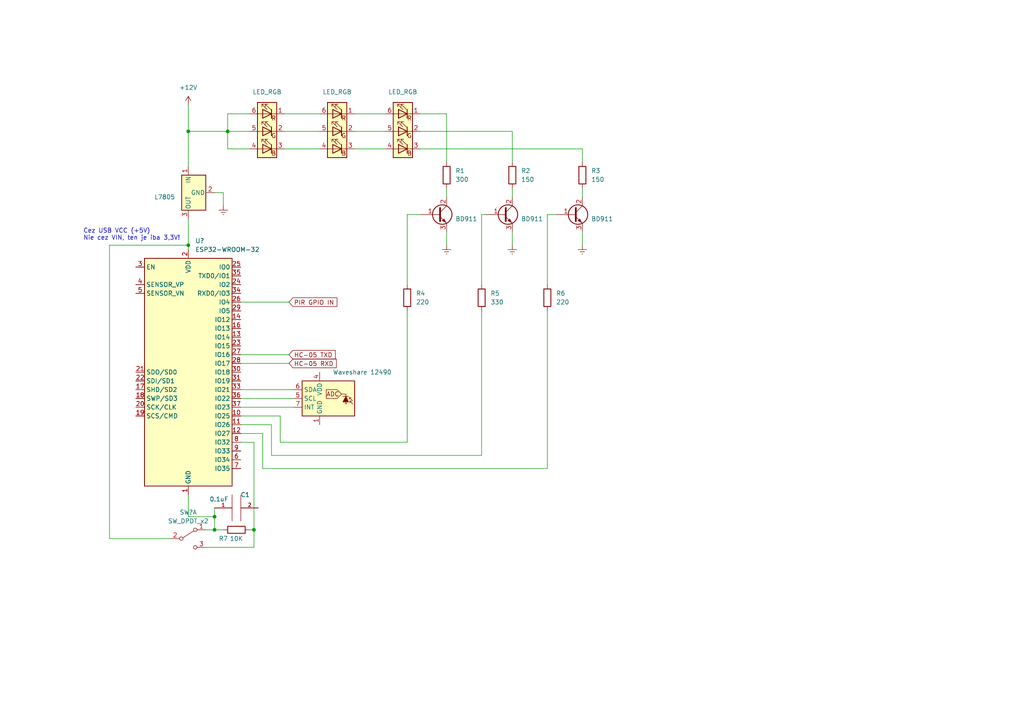
<source format=kicad_sch>
(kicad_sch (version 20211123) (generator eeschema)
  (paper "A4")
  (lib_symbols
    (symbol "Device:LED_RGB" (pin_names (offset 0) hide)
      (property "Reference" "D" (at 0 9.398 0))
      (property "Value" "LED_RGB" (at 0 -8.89 0))
      (symbol "LED_RGB_0_0"
        (text "B" (at -1.905 -6.35 0) (effects (font (size 1.27 1.27))))
        (text "G" (at -1.905 -1.27 0) (effects (font (size 1.27 1.27))))
        (text "R" (at -1.905 3.81 0) (effects (font (size 1.27 1.27))))
      )
      (symbol "LED_RGB_0_1"
        (polyline (pts (xy -1.27 -5.08) (xy -2.54 -5.08)))
        (polyline (pts (xy -1.27 -5.08) (xy 1.27 -5.08)))
        (polyline (pts (xy -1.27 -3.81) (xy -1.27 -6.35)) (stroke (width 0.254)))
        (polyline (pts (xy -1.27 0) (xy -2.54 0)))
        (polyline (pts (xy -1.27 1.27) (xy -1.27 -1.27)) (stroke (width 0.254)))
        (polyline (pts (xy -1.27 5.08) (xy -2.54 5.08)))
        (polyline (pts (xy -1.27 5.08) (xy 1.27 5.08)))
        (polyline (pts (xy -1.27 6.35) (xy -1.27 3.81)) (stroke (width 0.254)))
        (polyline (pts (xy 1.27 -5.08) (xy 2.54 -5.08)))
        (polyline (pts (xy 1.27 0) (xy -1.27 0)))
        (polyline (pts (xy 1.27 0) (xy 2.54 0)))
        (polyline (pts (xy 1.27 5.08) (xy 2.54 5.08)))
        (polyline (pts (xy -1.27 1.27) (xy -1.27 -1.27) (xy -1.27 -1.27)))
        (polyline (pts (xy -1.27 6.35) (xy -1.27 3.81) (xy -1.27 3.81)))
        (polyline (pts (xy 1.27 -3.81) (xy 1.27 -6.35) (xy -1.27 -5.08) (xy 1.27 -3.81)) (stroke (width 0.254)))
        (polyline (pts (xy 1.27 1.27) (xy 1.27 -1.27) (xy -1.27 0) (xy 1.27 1.27)) (stroke (width 0.254)))
        (polyline (pts (xy 1.27 6.35) (xy 1.27 3.81) (xy -1.27 5.08) (xy 1.27 6.35)) (stroke (width 0.254)))
        (polyline (pts (xy -1.016 -3.81) (xy 0.508 -2.286) (xy -0.254 -2.286) (xy 0.508 -2.286) (xy 0.508 -3.048)))
        (polyline (pts (xy -1.016 1.27) (xy 0.508 2.794) (xy -0.254 2.794) (xy 0.508 2.794) (xy 0.508 2.032)))
        (polyline (pts (xy -1.016 6.35) (xy 0.508 7.874) (xy -0.254 7.874) (xy 0.508 7.874) (xy 0.508 7.112)))
        (polyline (pts (xy 0 -3.81) (xy 1.524 -2.286) (xy 0.762 -2.286) (xy 1.524 -2.286) (xy 1.524 -3.048)))
        (polyline (pts (xy 0 1.27) (xy 1.524 2.794) (xy 0.762 2.794) (xy 1.524 2.794) (xy 1.524 2.032)))
        (polyline (pts (xy 0 6.35) (xy 1.524 7.874) (xy 0.762 7.874) (xy 1.524 7.874) (xy 1.524 7.112)))
        (rectangle (start 1.27 -1.27) (end 1.27 1.27))
        (rectangle (start 1.27 1.27) (end 1.27 1.27))
        (rectangle (start 1.27 3.81) (end 1.27 6.35))
        (rectangle (start 1.27 6.35) (end 1.27 6.35))
        (rectangle (start 2.794 8.382) (end -2.794 -7.62) (stroke (width 0.254)) (fill (type background)))
      )
      (symbol "LED_RGB_1_1"
        (pin passive line (at -5.08 5.08 0) (length 2.54) (name "RK") (number "1"))
        (pin passive line (at -5.08 0 0) (length 2.54) (name "GK") (number "2"))
        (pin passive line (at -5.08 -5.08 0) (length 2.54) (name "BK") (number "3"))
        (pin passive line (at 5.08 -5.08 180) (length 2.54) (name "BA") (number "4"))
        (pin passive line (at 5.08 0 180) (length 2.54) (name "GA") (number "5"))
        (pin passive line (at 5.08 5.08 180) (length 2.54) (name "RA") (number "6"))
      )
    )
    (symbol "Device:R" (pin_numbers hide) (pin_names (offset 0))
      (property "Reference" "R" (at 2.032 0 90))
      (property "Value" "R" (at 0 0 90))
      (symbol "R_0_1"
        (rectangle (start -1.016 -2.54) (end 1.016 2.54) (stroke (width 0.254)))
      )
      (symbol "R_1_1"
        (pin passive line (at 0 3.81 270) (length 1.27) (name "~") (number "1"))
        (pin passive line (at 0 -3.81 90) (length 1.27) (name "~") (number "2"))
      )
    )
    (symbol "RF_Module:ESP32-WROOM-32"
      (property "Reference" "U" (at -12.7 34.29 0))
      (property "Value" "ESP32-WROOM-32" (at 1.27 34.29 0))
      (symbol "ESP32-WROOM-32_0_1"
        (rectangle (start -12.7 33.02) (end 12.7 -33.02) (stroke (width 0.254)) (fill (type background)))
      )
      (symbol "ESP32-WROOM-32_1_1"
        (pin power_in line (at 0 -35.56 90) (length 2.54) (name "GND") (number "1"))
        (pin bidirectional line (at 15.24 -12.7 180) (length 2.54) (name "IO25") (number "10"))
        (pin bidirectional line (at 15.24 -15.24 180) (length 2.54) (name "IO26") (number "11"))
        (pin bidirectional line (at 15.24 -17.78 180) (length 2.54) (name "IO27") (number "12"))
        (pin bidirectional line (at 15.24 10.16 180) (length 2.54) (name "IO14") (number "13"))
        (pin bidirectional line (at 15.24 15.24 180) (length 2.54) (name "IO12") (number "14"))
        (pin passive line (at 0 -35.56 90) (length 2.54) hide (name "GND") (number "15"))
        (pin bidirectional line (at 15.24 12.7 180) (length 2.54) (name "IO13") (number "16"))
        (pin bidirectional line (at -15.24 -5.08 0) (length 2.54) (name "SHD/SD2") (number "17"))
        (pin bidirectional line (at -15.24 -7.62 0) (length 2.54) (name "SWP/SD3") (number "18"))
        (pin bidirectional line (at -15.24 -12.7 0) (length 2.54) (name "SCS/CMD") (number "19"))
        (pin power_in line (at 0 35.56 270) (length 2.54) (name "VDD") (number "2"))
        (pin bidirectional line (at -15.24 -10.16 0) (length 2.54) (name "SCK/CLK") (number "20"))
        (pin bidirectional line (at -15.24 0 0) (length 2.54) (name "SDO/SD0") (number "21"))
        (pin bidirectional line (at -15.24 -2.54 0) (length 2.54) (name "SDI/SD1") (number "22"))
        (pin bidirectional line (at 15.24 7.62 180) (length 2.54) (name "IO15") (number "23"))
        (pin bidirectional line (at 15.24 25.4 180) (length 2.54) (name "IO2") (number "24"))
        (pin bidirectional line (at 15.24 30.48 180) (length 2.54) (name "IO0") (number "25"))
        (pin bidirectional line (at 15.24 20.32 180) (length 2.54) (name "IO4") (number "26"))
        (pin bidirectional line (at 15.24 5.08 180) (length 2.54) (name "IO16") (number "27"))
        (pin bidirectional line (at 15.24 2.54 180) (length 2.54) (name "IO17") (number "28"))
        (pin bidirectional line (at 15.24 17.78 180) (length 2.54) (name "IO5") (number "29"))
        (pin input line (at -15.24 30.48 0) (length 2.54) (name "EN") (number "3"))
        (pin bidirectional line (at 15.24 0 180) (length 2.54) (name "IO18") (number "30"))
        (pin bidirectional line (at 15.24 -2.54 180) (length 2.54) (name "IO19") (number "31"))
        (pin no_connect line (at -12.7 -27.94 0) (length 2.54) hide (name "NC") (number "32"))
        (pin bidirectional line (at 15.24 -5.08 180) (length 2.54) (name "IO21") (number "33"))
        (pin bidirectional line (at 15.24 22.86 180) (length 2.54) (name "RXD0/IO3") (number "34"))
        (pin bidirectional line (at 15.24 27.94 180) (length 2.54) (name "TXD0/IO1") (number "35"))
        (pin bidirectional line (at 15.24 -7.62 180) (length 2.54) (name "IO22") (number "36"))
        (pin bidirectional line (at 15.24 -10.16 180) (length 2.54) (name "IO23") (number "37"))
        (pin passive line (at 0 -35.56 90) (length 2.54) hide (name "GND") (number "38"))
        (pin passive line (at 0 -35.56 90) (length 2.54) hide (name "GND") (number "39"))
        (pin input line (at -15.24 25.4 0) (length 2.54) (name "SENSOR_VP") (number "4"))
        (pin input line (at -15.24 22.86 0) (length 2.54) (name "SENSOR_VN") (number "5"))
        (pin input line (at 15.24 -25.4 180) (length 2.54) (name "IO34") (number "6"))
        (pin input line (at 15.24 -27.94 180) (length 2.54) (name "IO35") (number "7"))
        (pin bidirectional line (at 15.24 -20.32 180) (length 2.54) (name "IO32") (number "8"))
        (pin bidirectional line (at 15.24 -22.86 180) (length 2.54) (name "IO33") (number "9"))
      )
    )
    (symbol "Regulator_Linear:L7805" (pin_names (offset 0.254))
      (property "Reference" "U" (at -3.81 3.175 0))
      (property "Value" "L7805" (at 0 3.175 0))
      (symbol "L7805_0_1"
        (rectangle (start -5.08 1.905) (end 5.08 -5.08) (stroke (width 0.254)) (fill (type background)))
      )
      (symbol "L7805_1_1"
        (pin power_in line (at -7.62 0 0) (length 2.54) (name "IN") (number "1"))
        (pin power_in line (at 0 -7.62 90) (length 2.54) (name "GND") (number "2"))
        (pin power_out line (at 7.62 0 180) (length 2.54) (name "OUT") (number "3"))
      )
    )
    (symbol "Sensor_Optical:APDS-9306"
      (property "Reference" "U" (at -6.35 6.35 0))
      (property "Value" "APDS-9306" (at 3.81 6.35 0))
      (symbol "APDS-9306_0_0"
        (polyline (pts (xy -3.81 1.27) (xy -2.54 2.54) (xy 0.635 2.54) (xy 0.635 0) (xy -2.54 0) (xy -3.81 1.27)))
        (text "ADC" (at -1.27 1.27 0) (effects (font (size 1.27 1.27))))
      )
      (symbol "APDS-9306_0_1"
        (rectangle (start -7.62 5.08) (end 7.62 -5.08) (stroke (width 0.254)) (fill (type background)))
      )
      (symbol "APDS-9306_1_0"
        (polyline (pts (xy -5.08 -1.524) (xy -5.08 1.27) (xy -3.81 1.27)))
      )
      (symbol "APDS-9306_1_1"
        (polyline (pts (xy -6.223 -0.762) (xy -7.112 -1.651)))
        (polyline (pts (xy -6.223 -0.762) (xy -6.731 -0.762)))
        (polyline (pts (xy -6.223 -0.762) (xy -6.223 -1.27)))
        (polyline (pts (xy -6.096 0.254) (xy -6.985 -0.635)))
        (polyline (pts (xy -6.096 0.254) (xy -6.604 0.254)))
        (polyline (pts (xy -6.096 0.254) (xy -6.096 -0.254)))
        (polyline (pts (xy -5.842 0.635) (xy -4.191 0.635)))
        (polyline (pts (xy -4.826 -1.524) (xy -5.334 -1.524)))
        (polyline (pts (xy -5.842 -1.016) (xy -4.191 -1.016) (xy -5.08 0.635) (xy -5.842 -1.016)) (fill (type outline)))
        (pin power_in line (at 2.54 -7.62 90) (length 2.54) (name "GND") (number "1"))
        (pin no_connect line (at -7.62 -5.08 0) (length 2.54) hide (name "NC") (number "2"))
        (pin no_connect line (at -7.62 5.08 0) (length 2.54) hide (name "NC") (number "3"))
        (pin power_in line (at 2.54 7.62 270) (length 2.54) (name "VDD") (number "4"))
        (pin input line (at 10.16 0 180) (length 2.54) (name "SCL") (number "5"))
        (pin bidirectional line (at 10.16 2.54 180) (length 2.54) (name "SDA") (number "6"))
        (pin open_collector line (at 10.16 -2.54 180) (length 2.54) (name "INT") (number "7"))
        (pin no_connect line (at -7.62 2.54 0) (length 2.54) hide (name "NC") (number "8"))
      )
    )
    (symbol "Switch:SW_DPDT_x2" (pin_names (offset 0) hide)
      (property "Reference" "SW" (at 0 4.318 0))
      (property "Value" "SW_DPDT_x2" (at 0 -5.08 0))
      (symbol "SW_DPDT_x2_0_0"
        (circle (center -2.032 0) (radius 0.508))
        (circle (center 2.032 -2.54) (radius 0.508))
      )
      (symbol "SW_DPDT_x2_0_1"
        (polyline (pts (xy -1.524 0.254) (xy 1.651 2.286)))
        (circle (center 2.032 2.54) (radius 0.508))
      )
      (symbol "SW_DPDT_x2_1_1"
        (pin passive line (at 5.08 2.54 180) (length 2.54) (name "A") (number "1"))
        (pin passive line (at -5.08 0 0) (length 2.54) (name "B") (number "2"))
        (pin passive line (at 5.08 -2.54 180) (length 2.54) (name "C") (number "3"))
      )
      (symbol "SW_DPDT_x2_2_1"
        (pin passive line (at 5.08 2.54 180) (length 2.54) (name "A") (number "4"))
        (pin passive line (at -5.08 0 0) (length 2.54) (name "B") (number "5"))
        (pin passive line (at 5.08 -2.54 180) (length 2.54) (name "C") (number "6"))
      )
    )
    (symbol "Transistor_BJT:BD911" (pin_names (offset 0) hide)
      (property "Reference" "Q" (at 6.35 1.905 0))
      (property "Value" "BD911" (at 6.35 0 0))
      (symbol "BD911_0_1"
        (polyline (pts (xy 0.635 0.635) (xy 2.54 2.54)))
        (polyline (pts (xy 0.635 -0.635) (xy 2.54 -2.54) (xy 2.54 -2.54)))
        (polyline (pts (xy 0.635 1.905) (xy 0.635 -1.905) (xy 0.635 -1.905)) (stroke (width 0.508)))
        (polyline (pts (xy 1.27 -1.778) (xy 1.778 -1.27) (xy 2.286 -2.286) (xy 1.27 -1.778) (xy 1.27 -1.778)) (fill (type outline)))
        (circle (center 1.27 0) (radius 2.8194) (stroke (width 0.254)))
      )
      (symbol "BD911_1_1"
        (pin input line (at -5.08 0 0) (length 5.715) (name "B") (number "1"))
        (pin passive line (at 2.54 5.08 270) (length 2.54) (name "C") (number "2"))
        (pin passive line (at 2.54 -5.08 90) (length 2.54) (name "E") (number "3"))
      )
    )
    (symbol "power:+12V" (power) (pin_names (offset 0))
      (property "Value" "+12V" (at 0 3.556 0))
      (symbol "+12V_0_1"
        (polyline (pts (xy -0.762 1.27) (xy 0 2.54)))
        (polyline (pts (xy 0 0) (xy 0 2.54)))
        (polyline (pts (xy 0 2.54) (xy 0.762 1.27)))
      )
      (symbol "+12V_1_1"
        (pin power_in line (at 0 0 90) (length 0) hide (name "+12V") (number "1"))
      )
    )
    (symbol "power:GNDREF" (power) (pin_names (offset 0))
      (property "Value" "GNDREF" (at 0 -3.81 0))
      (symbol "GNDREF_0_1"
        (polyline (pts (xy -0.635 -1.905) (xy 0.635 -1.905)))
        (polyline (pts (xy -0.127 -2.54) (xy 0.127 -2.54)))
        (polyline (pts (xy 0 -1.27) (xy 0 0)))
        (polyline (pts (xy 1.27 -1.27) (xy -1.27 -1.27)))
      )
      (symbol "GNDREF_1_1"
        (pin power_in line (at 0 0 270) (length 0) hide (name "GNDREF") (number "1"))
      )
    )
    (symbol "pspice:CAP" (pin_names (offset 0.254))
      (property "Reference" "C" (at 2.54 3.81 90))
      (property "Value" "CAP" (at 2.54 -3.81 90))
      (symbol "CAP_0_1"
        (polyline (pts (xy -3.81 -1.27) (xy 3.81 -1.27)))
        (polyline (pts (xy -3.81 1.27) (xy 3.81 1.27)))
      )
      (symbol "CAP_1_1"
        (pin passive line (at 0 6.35 270) (length 5.08) (name "~") (number "1"))
        (pin passive line (at 0 -6.35 90) (length 5.08) (name "~") (number "2"))
      )
    )
  )
  (junction (at 62.23 153.67))
  (junction (at 54.61 38.1))
  (junction (at 54.61 71.12))
  (junction (at 66.04 38.1))
  (junction (at 62.23 149.86))
  (junction (at 73.66 153.67))
  (wire (pts (xy 102.87 33.02) (xy 111.76 33.02)))
  (wire (pts (xy 62.23 149.86) (xy 54.61 149.86)))
  (wire (pts (xy 69.85 113.03) (xy 85.09 113.03)))
  (wire (pts (xy 69.85 105.41) (xy 83.82 105.41)))
  (wire (pts (xy 54.61 30.48) (xy 54.61 38.1)))
  (wire (pts (xy 69.85 115.57) (xy 85.09 115.57)))
  (wire (pts (xy 54.61 38.1) (xy 54.61 48.26)))
  (wire (pts (xy 62.23 147.32) (xy 62.23 149.86)))
  (wire (pts (xy 81.28 128.27) (xy 118.11 128.27)))
  (wire (pts (xy 139.7 90.17) (xy 139.7 132.08)))
  (wire (pts (xy 148.59 67.31) (xy 148.59 71.12)))
  (wire (pts (xy 168.91 67.31) (xy 168.91 71.12)))
  (wire (pts (xy 31.75 156.21) (xy 49.53 156.21)))
  (wire (pts (xy 158.75 62.23) (xy 161.29 62.23)))
  (wire (pts (xy 66.04 33.02) (xy 72.39 33.02)))
  (wire (pts (xy 54.61 143.51) (xy 54.61 149.86)))
  (wire (pts (xy 31.75 71.12) (xy 31.75 156.21)))
  (wire (pts (xy 69.85 128.27) (xy 73.66 128.27)))
  (wire (pts (xy 118.11 90.17) (xy 118.11 128.27)))
  (wire (pts (xy 118.11 62.23) (xy 121.92 62.23)))
  (wire (pts (xy 66.04 38.1) (xy 66.04 43.18)))
  (wire (pts (xy 69.85 120.65) (xy 81.28 120.65)))
  (wire (pts (xy 69.85 123.19) (xy 78.74 123.19)))
  (wire (pts (xy 82.55 43.18) (xy 92.71 43.18)))
  (wire (pts (xy 62.23 153.67) (xy 64.77 153.67)))
  (wire (pts (xy 76.2 135.89) (xy 158.75 135.89)))
  (wire (pts (xy 102.87 38.1) (xy 111.76 38.1)))
  (wire (pts (xy 73.66 158.75) (xy 59.69 158.75)))
  (wire (pts (xy 54.61 38.1) (xy 66.04 38.1)))
  (wire (pts (xy 78.74 123.19) (xy 78.74 132.08)))
  (wire (pts (xy 129.54 54.61) (xy 129.54 57.15)))
  (wire (pts (xy 69.85 87.63) (xy 83.82 87.63)))
  (wire (pts (xy 129.54 67.31) (xy 129.54 71.12)))
  (wire (pts (xy 148.59 38.1) (xy 148.59 46.99)))
  (wire (pts (xy 69.85 102.87) (xy 83.82 102.87)))
  (wire (pts (xy 69.85 118.11) (xy 85.09 118.11)))
  (wire (pts (xy 69.85 125.73) (xy 76.2 125.73)))
  (wire (pts (xy 62.23 55.88) (xy 64.77 55.88)))
  (wire (pts (xy 82.55 38.1) (xy 92.71 38.1)))
  (wire (pts (xy 139.7 62.23) (xy 139.7 82.55)))
  (wire (pts (xy 121.92 38.1) (xy 148.59 38.1)))
  (wire (pts (xy 168.91 54.61) (xy 168.91 57.15)))
  (wire (pts (xy 118.11 62.23) (xy 118.11 82.55)))
  (wire (pts (xy 62.23 153.67) (xy 62.23 149.86)))
  (wire (pts (xy 64.77 55.88) (xy 64.77 59.69)))
  (wire (pts (xy 66.04 43.18) (xy 72.39 43.18)))
  (wire (pts (xy 76.2 125.73) (xy 76.2 135.89)))
  (wire (pts (xy 54.61 71.12) (xy 54.61 72.39)))
  (wire (pts (xy 129.54 33.02) (xy 129.54 46.99)))
  (wire (pts (xy 72.39 153.67) (xy 73.66 153.67)))
  (wire (pts (xy 78.74 132.08) (xy 139.7 132.08)))
  (wire (pts (xy 121.92 33.02) (xy 129.54 33.02)))
  (wire (pts (xy 66.04 38.1) (xy 72.39 38.1)))
  (wire (pts (xy 148.59 54.61) (xy 148.59 57.15)))
  (wire (pts (xy 59.69 153.67) (xy 62.23 153.67)))
  (wire (pts (xy 168.91 43.18) (xy 168.91 46.99)))
  (wire (pts (xy 102.87 43.18) (xy 111.76 43.18)))
  (wire (pts (xy 139.7 62.23) (xy 140.97 62.23)))
  (wire (pts (xy 82.55 33.02) (xy 92.71 33.02)))
  (wire (pts (xy 158.75 90.17) (xy 158.75 135.89)))
  (wire (pts (xy 54.61 71.12) (xy 31.75 71.12)))
  (wire (pts (xy 54.61 63.5) (xy 54.61 71.12)))
  (wire (pts (xy 66.04 38.1) (xy 66.04 33.02)))
  (wire (pts (xy 73.66 128.27) (xy 73.66 153.67)))
  (wire (pts (xy 158.75 62.23) (xy 158.75 82.55)))
  (wire (pts (xy 81.28 120.65) (xy 81.28 128.27)))
  (wire (pts (xy 73.66 153.67) (xy 73.66 158.75)))
  (wire (pts (xy 121.92 43.18) (xy 168.91 43.18)))
  (text "Cez USB VCC (+5V) \nNie cez VIN, ten je iba 3,3V!" (at 24.13 69.85 0) (effects (font (size 1.27 1.27)) (justify left bottom)))
  (global_label "HC-05 RXD" (shape input) (at 83.82 105.41 0) (property "Medzirezortné odkazy" "${INTERSHEET_REFS}" (effects hide)))
  (global_label "HC-05 TXD" (shape input) (at 83.82 102.87 0) (property "Medzirezortné odkazy" "${INTERSHEET_REFS}" (effects hide)))
  (global_label "PIR GPIO IN" (shape input) (at 83.82 87.63 0) (property "Medzirezortné odkazy" "${INTERSHEET_REFS}" (effects hide)))
  (symbol (lib_id "RF_Module:ESP32-WROOM-32") (at 54.61 107.95 0) (unit 1)
    (property "Reference" "U?" (at 56.6294 69.85 0) (effects (justify left)))
    (property "Value" "ESP32-WROOM-32" (at 56.6294 72.39 0) (effects (justify left)))
    (property "Footprint" "RF_Module:ESP32-WROOM-32" (effects hide))
    (property "Datasheet" "https://www.espressif.com/sites/default/files/documentation/esp32-wroom-32_datasheet_en.pdf" (effects hide))
  )
  (symbol (lib_id "Device:LED_RGB") (at 97.79 38.1 0) (mirror y) (unit 1)
    (property "Reference" "D?" (effects hide))
    (property "Value" "LED_RGB" (at 97.79 26.67 0))
  )
  (symbol (lib_id "Transistor_BJT:BD911") (at 166.37 62.23 0) (unit 1)
    (property "Reference" "Q?" (effects hide))
    (property "Value" "BD911" (at 171.45 63.4999 0) (effects (justify left)))
    (property "Footprint" "Package_TO_SOT_THT:TO-220-3_Vertical" (effects hide))
    (property "Datasheet" "http://www.st.com/internet/com/TECHNICAL_RESOURCES/TECHNICAL_LITERATURE/DATASHEET/CD00001277.pdf" (effects hide))
  )
  (symbol (lib_id "Device:LED_RGB") (at 77.47 38.1 0) (mirror y) (unit 1)
    (property "Reference" "D?" (effects hide))
    (property "Value" "LED_RGB" (at 77.47 26.67 0))
  )
  (symbol (lib_id "power:GNDREF") (at 64.77 59.69 0) (unit 1)
    (property "Reference" "#PWR?" (effects hide))
    (property "Value" "GNDREF" (effects hide))
  )
  (symbol (lib_id "Sensor_Optical:APDS-9306") (at 95.25 115.57 0) (mirror y) (unit 1)
    (property "Reference" "U?" (effects hide))
    (property "Value" "Waveshare 12490" (at 96.52 107.95 0) (effects (justify right)))
    (property "Footprint" "OptoDevice:Broadcom_LGA-8_2x2mm_P0.53mm" (effects hide))
    (property "Datasheet" "https://docs.broadcom.com/docs/AV02-4755EN" (effects hide))
  )
  (symbol (lib_id "Device:R") (at 68.58 153.67 90) (mirror x) (unit 1)
    (property "Reference" "R7" (at 64.77 156.21 90))
    (property "Value" "10K" (at 68.58 156.21 90))
  )
  (symbol (lib_id "power:GNDREF") (at 168.91 71.12 0) (unit 1)
    (property "Reference" "#PWR?" (effects hide))
    (property "Value" "GNDREF" (effects hide))
  )
  (symbol (lib_id "Device:R") (at 118.11 86.36 0) (mirror y) (unit 1)
    (property "Reference" "R4" (at 120.65 85.0899 0) (effects (justify right)))
    (property "Value" "220" (at 120.65 87.6299 0) (effects (justify right)))
  )
  (symbol (lib_id "Device:R") (at 129.54 50.8 0) (mirror y) (unit 1)
    (property "Reference" "R1" (at 132.08 49.5299 0) (effects (justify right)))
    (property "Value" "300" (at 132.08 52.0699 0) (effects (justify right)))
  )
  (symbol (lib_id "Device:R") (at 168.91 50.8 0) (mirror y) (unit 1)
    (property "Reference" "R3" (at 171.45 49.5299 0) (effects (justify right)))
    (property "Value" "150" (at 171.45 52.0699 0) (effects (justify right)))
  )
  (symbol (lib_id "Device:LED_RGB") (at 116.84 38.1 0) (mirror y) (unit 1)
    (property "Reference" "D?" (effects hide))
    (property "Value" "LED_RGB" (at 116.84 26.67 0))
  )
  (symbol (lib_id "power:GNDREF") (at 148.59 71.12 0) (unit 1)
    (property "Reference" "#PWR?" (effects hide))
    (property "Value" "GNDREF" (effects hide))
  )
  (symbol (lib_id "Switch:SW_DPDT_x2") (at 54.61 156.21 0) (unit 1)
    (property "Reference" "SW?" (at 54.61 148.59 0))
    (property "Value" "SW_DPDT_x2" (at 54.61 151.13 0))
  )
  (symbol (lib_id "Device:R") (at 139.7 86.36 0) (mirror y) (unit 1)
    (property "Reference" "R5" (at 142.24 85.0899 0) (effects (justify right)))
    (property "Value" "330" (at 142.24 87.6299 0) (effects (justify right)))
  )
  (symbol (lib_id "Regulator_Linear:L7805") (at 54.61 55.88 90) (mirror x) (unit 1)
    (property "Reference" "U?" (effects hide))
    (property "Value" "L7805" (at 50.8 57.1499 90) (effects (justify left)))
    (property "Datasheet" "http://www.st.com/content/ccc/resource/technical/document/datasheet/41/4f/b3/b0/12/d4/47/88/CD00000444.pdf/files/CD00000444.pdf/jcr:content/translations/en.CD00000444.pdf" (effects hide))
  )
  (symbol (lib_id "Device:R") (at 148.59 50.8 0) (mirror y) (unit 1)
    (property "Reference" "R2" (at 151.13 49.5299 0) (effects (justify right)))
    (property "Value" "150" (at 151.13 52.0699 0) (effects (justify right)))
  )
  (symbol (lib_id "pspice:CAP") (at 68.58 147.32 90) (unit 1)
    (property "Reference" "C1" (at 71.12 143.51 90))
    (property "Value" "0.1uF" (at 63.5 144.78 90))
  )
  (symbol (lib_id "power:GNDREF") (at 129.54 71.12 0) (unit 1)
    (property "Reference" "#PWR?" (effects hide))
    (property "Value" "GNDREF" (effects hide))
  )
  (symbol (lib_id "Transistor_BJT:BD911") (at 146.05 62.23 0) (unit 1)
    (property "Reference" "Q?" (effects hide))
    (property "Value" "BD911" (at 151.13 63.4999 0) (effects (justify left)))
    (property "Footprint" "Package_TO_SOT_THT:TO-220-3_Vertical" (effects hide))
    (property "Datasheet" "http://www.st.com/internet/com/TECHNICAL_RESOURCES/TECHNICAL_LITERATURE/DATASHEET/CD00001277.pdf" (effects hide))
  )
  (symbol (lib_id "Transistor_BJT:BD911") (at 127 62.23 0) (unit 1)
    (property "Reference" "Q?" (effects hide))
    (property "Value" "BD911" (at 132.08 63.4999 0) (effects (justify left)))
    (property "Footprint" "Package_TO_SOT_THT:TO-220-3_Vertical" (effects hide))
    (property "Datasheet" "http://www.st.com/internet/com/TECHNICAL_RESOURCES/TECHNICAL_LITERATURE/DATASHEET/CD00001277.pdf" (effects hide))
  )
  (symbol (lib_id "power:+12V") (at 54.61 30.48 0) (unit 1)
    (property "Reference" "#PWR?" (effects hide))
    (property "Value" "+12V" (at 54.61 25.4 0))
  )
  (symbol (lib_id "Device:R") (at 158.75 86.36 0) (mirror y) (unit 1)
    (property "Reference" "R6" (at 161.29 85.0899 0) (effects (justify right)))
    (property "Value" "220" (at 161.29 87.6299 0) (effects (justify right)))
  )
)
</source>
